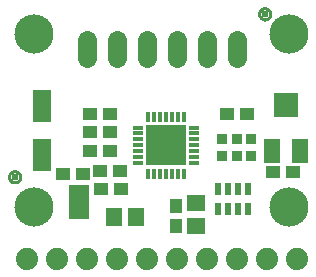
<source format=gbr>
G04 EAGLE Gerber RS-274X export*
G75*
%MOMM*%
%FSLAX34Y34*%
%LPD*%
%INSoldermask Top*%
%IPPOS*%
%AMOC8*
5,1,8,0,0,1.08239X$1,22.5*%
G01*
%ADD10R,1.176600X1.101600*%
%ADD11R,1.401600X2.101600*%
%ADD12R,2.101600X2.101600*%
%ADD13C,0.601600*%
%ADD14C,0.250000*%
%ADD15C,3.317600*%
%ADD16R,1.601600X1.341600*%
%ADD17C,1.879600*%
%ADD18C,1.609600*%
%ADD19R,1.101600X1.176600*%
%ADD20R,1.501600X2.701600*%
%ADD21R,0.901600X0.901600*%
%ADD22R,0.551600X1.001600*%
%ADD23R,0.951600X0.371600*%
%ADD24R,0.371600X0.951600*%
%ADD25R,3.451600X3.451600*%
%ADD26R,1.341600X1.601600*%
%ADD27R,1.651000X2.921000*%


D10*
X72780Y116840D03*
X89780Y116840D03*
X72780Y148590D03*
X89780Y148590D03*
X205350Y148590D03*
X188350Y148590D03*
X98670Y85090D03*
X81670Y85090D03*
X81035Y100330D03*
X98035Y100330D03*
D11*
X226760Y117160D03*
X250760Y117160D03*
D12*
X238760Y156160D03*
D10*
X244720Y99060D03*
X227720Y99060D03*
D13*
X220726Y233172D03*
D14*
X220726Y237922D02*
X220590Y237920D01*
X220455Y237914D01*
X220320Y237905D01*
X220185Y237891D01*
X220050Y237874D01*
X219916Y237852D01*
X219783Y237827D01*
X219650Y237799D01*
X219518Y237766D01*
X219388Y237730D01*
X219258Y237690D01*
X219130Y237646D01*
X219003Y237598D01*
X218877Y237547D01*
X218753Y237493D01*
X218630Y237435D01*
X218509Y237373D01*
X218390Y237308D01*
X218273Y237240D01*
X218158Y237168D01*
X218045Y237093D01*
X217934Y237015D01*
X217825Y236934D01*
X217719Y236849D01*
X217615Y236762D01*
X217514Y236672D01*
X217416Y236578D01*
X217320Y236482D01*
X217226Y236384D01*
X217136Y236283D01*
X217049Y236179D01*
X216964Y236073D01*
X216883Y235964D01*
X216805Y235853D01*
X216730Y235740D01*
X216658Y235625D01*
X216590Y235508D01*
X216525Y235389D01*
X216463Y235268D01*
X216405Y235145D01*
X216351Y235021D01*
X216300Y234895D01*
X216252Y234768D01*
X216208Y234640D01*
X216168Y234510D01*
X216132Y234380D01*
X216099Y234248D01*
X216071Y234115D01*
X216046Y233982D01*
X216024Y233848D01*
X216007Y233713D01*
X215993Y233578D01*
X215984Y233443D01*
X215978Y233308D01*
X215976Y233172D01*
X220726Y237922D02*
X220863Y237917D01*
X220999Y237908D01*
X221135Y237895D01*
X221271Y237878D01*
X221406Y237857D01*
X221541Y237833D01*
X221675Y237804D01*
X221808Y237772D01*
X221940Y237737D01*
X222071Y237697D01*
X222201Y237654D01*
X222329Y237608D01*
X222456Y237557D01*
X222582Y237503D01*
X222706Y237446D01*
X222829Y237385D01*
X222950Y237321D01*
X223069Y237254D01*
X223186Y237183D01*
X223301Y237109D01*
X223414Y237031D01*
X223524Y236951D01*
X223633Y236867D01*
X223738Y236781D01*
X223842Y236691D01*
X223943Y236599D01*
X224041Y236504D01*
X224137Y236406D01*
X224230Y236306D01*
X224320Y236202D01*
X224407Y236097D01*
X224491Y235989D01*
X224572Y235879D01*
X224650Y235766D01*
X224724Y235652D01*
X224796Y235535D01*
X224864Y235416D01*
X224929Y235296D01*
X224990Y235174D01*
X225048Y235050D01*
X225102Y234924D01*
X225153Y234797D01*
X225200Y234669D01*
X225244Y234539D01*
X225284Y234408D01*
X225320Y234277D01*
X225353Y234144D01*
X225382Y234010D01*
X225407Y233876D01*
X225428Y233740D01*
X225446Y233605D01*
X225460Y233469D01*
X225470Y233332D01*
X225476Y233196D01*
X225478Y233059D01*
X225476Y232922D01*
X225471Y232788D01*
X225461Y232653D01*
X225448Y232519D01*
X225431Y232386D01*
X225409Y232253D01*
X225384Y232121D01*
X225355Y231989D01*
X225323Y231859D01*
X225286Y231729D01*
X225246Y231601D01*
X225202Y231473D01*
X225155Y231348D01*
X225103Y231223D01*
X225049Y231100D01*
X224990Y230979D01*
X224928Y230859D01*
X224863Y230742D01*
X224794Y230626D01*
X224722Y230512D01*
X224647Y230401D01*
X224568Y230292D01*
X224486Y230185D01*
X224402Y230080D01*
X224314Y229978D01*
X224223Y229879D01*
X224130Y229782D01*
X224033Y229688D01*
X223934Y229597D01*
X223833Y229509D01*
X223728Y229423D01*
X223622Y229341D01*
X223513Y229262D01*
X223402Y229186D01*
X223288Y229114D01*
X223173Y229045D01*
X223055Y228979D01*
X222936Y228916D01*
X222815Y228858D01*
X222692Y228802D01*
X222568Y228750D01*
X222443Y228702D01*
X222315Y228658D01*
X222187Y228617D01*
X222058Y228580D01*
X221927Y228547D01*
X221796Y228518D01*
X221664Y228492D01*
X221531Y228470D01*
X221398Y228452D01*
X221264Y228438D01*
X221130Y228428D01*
X220995Y228422D01*
X220861Y228420D01*
X220726Y228422D01*
X220590Y228424D01*
X220455Y228430D01*
X220320Y228439D01*
X220185Y228453D01*
X220050Y228470D01*
X219916Y228492D01*
X219783Y228517D01*
X219650Y228545D01*
X219518Y228578D01*
X219388Y228614D01*
X219258Y228654D01*
X219130Y228698D01*
X219003Y228746D01*
X218877Y228797D01*
X218753Y228851D01*
X218630Y228909D01*
X218509Y228971D01*
X218390Y229036D01*
X218273Y229104D01*
X218158Y229176D01*
X218045Y229251D01*
X217934Y229329D01*
X217825Y229410D01*
X217719Y229495D01*
X217615Y229582D01*
X217514Y229672D01*
X217416Y229766D01*
X217320Y229862D01*
X217226Y229960D01*
X217136Y230061D01*
X217049Y230165D01*
X216964Y230271D01*
X216883Y230380D01*
X216805Y230491D01*
X216730Y230604D01*
X216658Y230719D01*
X216590Y230836D01*
X216525Y230955D01*
X216463Y231076D01*
X216405Y231199D01*
X216351Y231323D01*
X216300Y231449D01*
X216252Y231576D01*
X216208Y231704D01*
X216168Y231834D01*
X216132Y231964D01*
X216099Y232096D01*
X216071Y232229D01*
X216046Y232362D01*
X216024Y232496D01*
X216007Y232631D01*
X215993Y232766D01*
X215984Y232901D01*
X215978Y233036D01*
X215976Y233172D01*
D13*
X8890Y95250D03*
D14*
X8890Y100000D02*
X8754Y99998D01*
X8619Y99992D01*
X8484Y99983D01*
X8349Y99969D01*
X8214Y99952D01*
X8080Y99930D01*
X7947Y99905D01*
X7814Y99877D01*
X7682Y99844D01*
X7552Y99808D01*
X7422Y99768D01*
X7294Y99724D01*
X7167Y99676D01*
X7041Y99625D01*
X6917Y99571D01*
X6794Y99513D01*
X6673Y99451D01*
X6554Y99386D01*
X6437Y99318D01*
X6322Y99246D01*
X6209Y99171D01*
X6098Y99093D01*
X5989Y99012D01*
X5883Y98927D01*
X5779Y98840D01*
X5678Y98750D01*
X5580Y98656D01*
X5484Y98560D01*
X5390Y98462D01*
X5300Y98361D01*
X5213Y98257D01*
X5128Y98151D01*
X5047Y98042D01*
X4969Y97931D01*
X4894Y97818D01*
X4822Y97703D01*
X4754Y97586D01*
X4689Y97467D01*
X4627Y97346D01*
X4569Y97223D01*
X4515Y97099D01*
X4464Y96973D01*
X4416Y96846D01*
X4372Y96718D01*
X4332Y96588D01*
X4296Y96458D01*
X4263Y96326D01*
X4235Y96193D01*
X4210Y96060D01*
X4188Y95926D01*
X4171Y95791D01*
X4157Y95656D01*
X4148Y95521D01*
X4142Y95386D01*
X4140Y95250D01*
X8890Y100000D02*
X9027Y99995D01*
X9163Y99986D01*
X9299Y99973D01*
X9435Y99956D01*
X9570Y99935D01*
X9705Y99911D01*
X9839Y99882D01*
X9972Y99850D01*
X10104Y99815D01*
X10235Y99775D01*
X10365Y99732D01*
X10493Y99686D01*
X10620Y99635D01*
X10746Y99581D01*
X10870Y99524D01*
X10993Y99463D01*
X11114Y99399D01*
X11233Y99332D01*
X11350Y99261D01*
X11465Y99187D01*
X11578Y99109D01*
X11688Y99029D01*
X11797Y98945D01*
X11902Y98859D01*
X12006Y98769D01*
X12107Y98677D01*
X12205Y98582D01*
X12301Y98484D01*
X12394Y98384D01*
X12484Y98280D01*
X12571Y98175D01*
X12655Y98067D01*
X12736Y97957D01*
X12814Y97844D01*
X12888Y97730D01*
X12960Y97613D01*
X13028Y97494D01*
X13093Y97374D01*
X13154Y97252D01*
X13212Y97128D01*
X13266Y97002D01*
X13317Y96875D01*
X13364Y96747D01*
X13408Y96617D01*
X13448Y96486D01*
X13484Y96355D01*
X13517Y96222D01*
X13546Y96088D01*
X13571Y95954D01*
X13592Y95818D01*
X13610Y95683D01*
X13624Y95547D01*
X13634Y95410D01*
X13640Y95274D01*
X13642Y95137D01*
X13640Y95000D01*
X13635Y94866D01*
X13625Y94731D01*
X13612Y94597D01*
X13595Y94464D01*
X13573Y94331D01*
X13548Y94199D01*
X13519Y94067D01*
X13487Y93937D01*
X13450Y93807D01*
X13410Y93679D01*
X13366Y93551D01*
X13319Y93426D01*
X13267Y93301D01*
X13213Y93178D01*
X13154Y93057D01*
X13092Y92937D01*
X13027Y92820D01*
X12958Y92704D01*
X12886Y92590D01*
X12811Y92479D01*
X12732Y92370D01*
X12650Y92263D01*
X12566Y92158D01*
X12478Y92056D01*
X12387Y91957D01*
X12294Y91860D01*
X12197Y91766D01*
X12098Y91675D01*
X11997Y91587D01*
X11892Y91501D01*
X11786Y91419D01*
X11677Y91340D01*
X11566Y91264D01*
X11452Y91192D01*
X11337Y91123D01*
X11219Y91057D01*
X11100Y90994D01*
X10979Y90936D01*
X10856Y90880D01*
X10732Y90828D01*
X10607Y90780D01*
X10479Y90736D01*
X10351Y90695D01*
X10222Y90658D01*
X10091Y90625D01*
X9960Y90596D01*
X9828Y90570D01*
X9695Y90548D01*
X9562Y90530D01*
X9428Y90516D01*
X9294Y90506D01*
X9159Y90500D01*
X9025Y90498D01*
X8890Y90500D01*
X8754Y90502D01*
X8619Y90508D01*
X8484Y90517D01*
X8349Y90531D01*
X8214Y90548D01*
X8080Y90570D01*
X7947Y90595D01*
X7814Y90623D01*
X7682Y90656D01*
X7552Y90692D01*
X7422Y90732D01*
X7294Y90776D01*
X7167Y90824D01*
X7041Y90875D01*
X6917Y90929D01*
X6794Y90987D01*
X6673Y91049D01*
X6554Y91114D01*
X6437Y91182D01*
X6322Y91254D01*
X6209Y91329D01*
X6098Y91407D01*
X5989Y91488D01*
X5883Y91573D01*
X5779Y91660D01*
X5678Y91750D01*
X5580Y91844D01*
X5484Y91940D01*
X5390Y92038D01*
X5300Y92139D01*
X5213Y92243D01*
X5128Y92349D01*
X5047Y92458D01*
X4969Y92569D01*
X4894Y92682D01*
X4822Y92797D01*
X4754Y92914D01*
X4689Y93033D01*
X4627Y93154D01*
X4569Y93277D01*
X4515Y93401D01*
X4464Y93527D01*
X4416Y93654D01*
X4372Y93782D01*
X4332Y93912D01*
X4296Y94042D01*
X4263Y94174D01*
X4235Y94307D01*
X4210Y94440D01*
X4188Y94574D01*
X4171Y94709D01*
X4157Y94844D01*
X4148Y94979D01*
X4142Y95114D01*
X4140Y95250D01*
D15*
X25400Y215900D03*
X241300Y215900D03*
D16*
X162560Y54000D03*
X162560Y73000D03*
D17*
X19050Y25400D03*
X44450Y25400D03*
X69850Y25400D03*
X95250Y25400D03*
X120650Y25400D03*
X146050Y25400D03*
X171450Y25400D03*
X196850Y25400D03*
X222250Y25400D03*
X247650Y25400D03*
D18*
X196850Y195660D02*
X196850Y210740D01*
X171450Y210740D02*
X171450Y195660D01*
X146050Y195660D02*
X146050Y210740D01*
X120650Y210740D02*
X120650Y195660D01*
X95250Y195660D02*
X95250Y210740D01*
X69850Y210740D02*
X69850Y195660D01*
D19*
X145415Y53730D03*
X145415Y70730D03*
D10*
X72780Y133350D03*
X89780Y133350D03*
D15*
X25400Y69850D03*
X241300Y69850D03*
D20*
X32385Y114120D03*
X32385Y155120D03*
D21*
X208915Y127515D03*
X208915Y112515D03*
X196850Y112515D03*
X196850Y127515D03*
X184785Y127515D03*
X184785Y112515D03*
D22*
X206675Y68335D03*
X206675Y85335D03*
X197675Y68335D03*
X189675Y68335D03*
X180675Y68335D03*
X180675Y85335D03*
X197675Y85335D03*
X189675Y85335D03*
D10*
X66920Y97790D03*
X49920Y97790D03*
D23*
X113160Y136920D03*
X113160Y131920D03*
X113160Y126920D03*
X113160Y121920D03*
X113160Y116920D03*
X113160Y111920D03*
X113160Y106920D03*
D24*
X122160Y97920D03*
X127160Y97920D03*
X132160Y97920D03*
X137160Y97920D03*
X142160Y97920D03*
X147160Y97920D03*
X152160Y97920D03*
D23*
X161160Y106920D03*
X161160Y111920D03*
X161160Y116920D03*
X161160Y121920D03*
X161160Y126920D03*
X161160Y131920D03*
X161160Y136920D03*
D24*
X152160Y145920D03*
X147160Y145920D03*
X142160Y145920D03*
X137160Y145920D03*
X132160Y145920D03*
X127160Y145920D03*
X122160Y145920D03*
D25*
X137160Y121920D03*
D26*
X92735Y60960D03*
X111735Y60960D03*
D27*
X63500Y73660D03*
M02*

</source>
